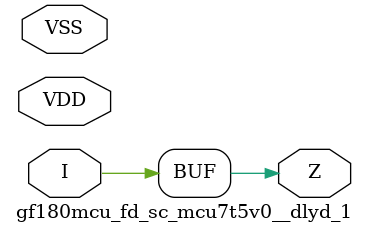
<source format=v>

module gf180mcu_fd_sc_mcu7t5v0__dlyd_1( I, Z, VDD, VSS );
input I;
inout VDD, VSS;
output Z;

	buf MGM_BG_0( Z, I );

endmodule

</source>
